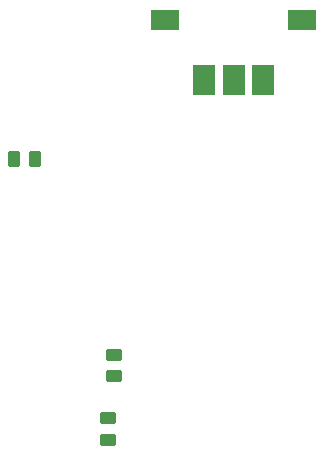
<source format=gtp>
G04 #@! TF.GenerationSoftware,KiCad,Pcbnew,9.0.2*
G04 #@! TF.CreationDate,2025-06-10T17:59:30+02:00*
G04 #@! TF.ProjectId,SenseMatePCB,53656e73-654d-4617-9465-5043422e6b69,rev?*
G04 #@! TF.SameCoordinates,Original*
G04 #@! TF.FileFunction,Paste,Top*
G04 #@! TF.FilePolarity,Positive*
%FSLAX46Y46*%
G04 Gerber Fmt 4.6, Leading zero omitted, Abs format (unit mm)*
G04 Created by KiCad (PCBNEW 9.0.2) date 2025-06-10 17:59:30*
%MOMM*%
%LPD*%
G01*
G04 APERTURE LIST*
G04 Aperture macros list*
%AMRoundRect*
0 Rectangle with rounded corners*
0 $1 Rounding radius*
0 $2 $3 $4 $5 $6 $7 $8 $9 X,Y pos of 4 corners*
0 Add a 4 corners polygon primitive as box body*
4,1,4,$2,$3,$4,$5,$6,$7,$8,$9,$2,$3,0*
0 Add four circle primitives for the rounded corners*
1,1,$1+$1,$2,$3*
1,1,$1+$1,$4,$5*
1,1,$1+$1,$6,$7*
1,1,$1+$1,$8,$9*
0 Add four rect primitives between the rounded corners*
20,1,$1+$1,$2,$3,$4,$5,0*
20,1,$1+$1,$4,$5,$6,$7,0*
20,1,$1+$1,$6,$7,$8,$9,0*
20,1,$1+$1,$8,$9,$2,$3,0*%
G04 Aperture macros list end*
%ADD10R,1.950000X2.600000*%
%ADD11R,1.900000X2.600000*%
%ADD12R,2.400000X1.700000*%
%ADD13RoundRect,0.250000X0.450000X-0.262500X0.450000X0.262500X-0.450000X0.262500X-0.450000X-0.262500X0*%
%ADD14RoundRect,0.250000X0.262500X0.450000X-0.262500X0.450000X-0.262500X-0.450000X0.262500X-0.450000X0*%
%ADD15RoundRect,0.250000X-0.450000X0.262500X-0.450000X-0.262500X0.450000X-0.262500X0.450000X0.262500X0*%
G04 APERTURE END LIST*
D10*
X100075000Y-56850000D03*
D11*
X105100000Y-56850000D03*
D12*
X96800000Y-51800000D03*
X108400000Y-51800000D03*
D11*
X102600000Y-56850000D03*
D13*
X92000000Y-87325000D03*
X92000000Y-85500000D03*
D14*
X85812500Y-63500000D03*
X83987500Y-63500000D03*
D15*
X92500000Y-80087500D03*
X92500000Y-81912500D03*
M02*

</source>
